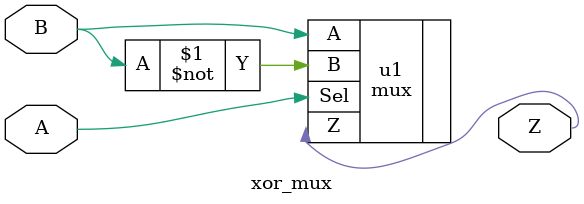
<source format=v>
`timescale 1ns / 1ps


module xor_mux(
    input  wire A,
    input  wire B,
    output wire Z
    );

    mux u1 (.A(B), .B(~B), .Sel(A), .Z(Z));

endmodule

</source>
